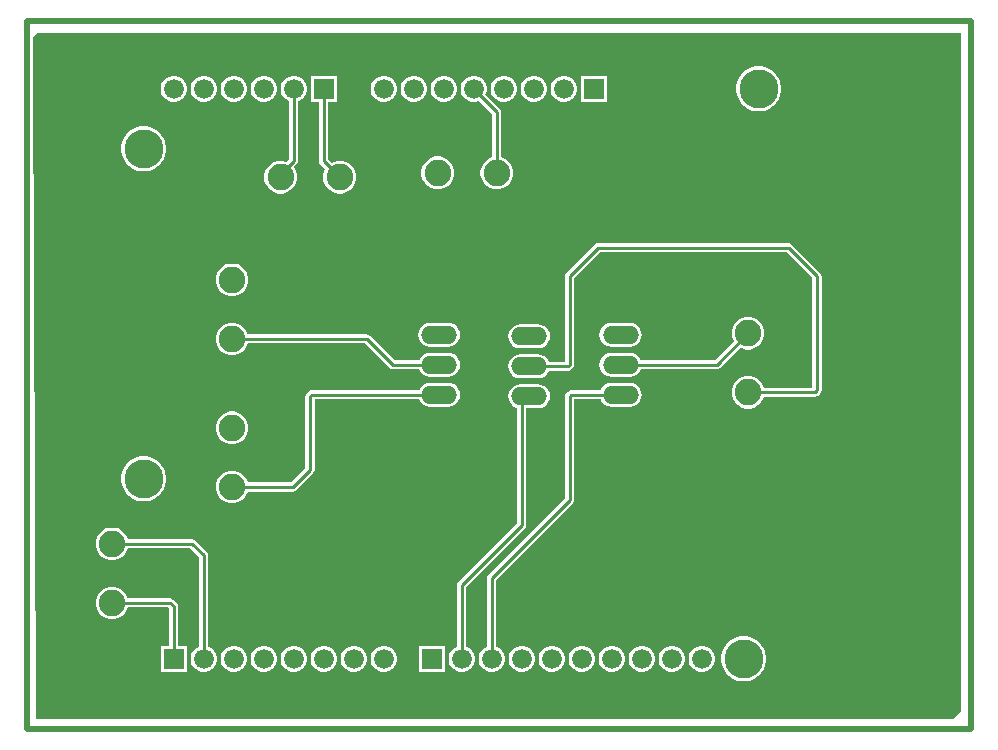
<source format=gbl>
%FSTAX23Y23*%
%MOIN*%
%SFA1B1*%

%IPPOS*%
%ADD13C,0.010000*%
%ADD19C,0.088582*%
%ADD20O,0.120000X0.060000*%
%ADD21C,0.066000*%
%ADD22R,0.066000X0.066000*%
%ADD23C,0.129921*%
%ADD24C,0.020000*%
%LNpcb_t3-1*%
%LPD*%
G36*
X03115Y0006D02*
X0309Y00035D01*
X0003*
X0002Y02216*
Y02305*
X00035Y0232*
X03115*
Y0006*
G37*
%LNpcb_t3-2*%
%LPC*%
G36*
X01933Y02178D02*
X01847D01*
Y02092*
X01933*
Y02178*
G37*
G36*
X01795D02*
X01784D01*
X01773Y02175*
X01763Y02169*
X01755Y02161*
X01749Y02151*
X01747Y0214*
Y02129*
X01749Y02118*
X01755Y02108*
X01763Y021*
X01773Y02094*
X01784Y02092*
X01795*
X01806Y02094*
X01816Y021*
X01824Y02108*
X0183Y02118*
X01833Y02129*
Y0214*
X0183Y02151*
X01824Y02161*
X01816Y02169*
X01806Y02175*
X01795Y02178*
G37*
G36*
X01695D02*
X01684D01*
X01673Y02175*
X01663Y02169*
X01655Y02161*
X01649Y02151*
X01647Y0214*
Y02129*
X01649Y02118*
X01655Y02108*
X01663Y021*
X01673Y02094*
X01684Y02092*
X01695*
X01706Y02094*
X01716Y021*
X01724Y02108*
X0173Y02118*
X01733Y02129*
Y0214*
X0173Y02151*
X01724Y02161*
X01716Y02169*
X01706Y02175*
X01695Y02178*
G37*
G36*
X01595D02*
X01584D01*
X01573Y02175*
X01563Y02169*
X01555Y02161*
X01549Y02151*
X01547Y0214*
Y02129*
X01549Y02118*
X01555Y02108*
X01563Y021*
X01573Y02094*
X01584Y02092*
X01595*
X01606Y02094*
X01616Y021*
X01624Y02108*
X0163Y02118*
X01633Y02129*
Y0214*
X0163Y02151*
X01624Y02161*
X01616Y02169*
X01606Y02175*
X01595Y02178*
G37*
G36*
X01395D02*
X01384D01*
X01373Y02175*
X01363Y02169*
X01355Y02161*
X01349Y02151*
X01347Y0214*
Y02129*
X01349Y02118*
X01355Y02108*
X01363Y021*
X01373Y02094*
X01384Y02092*
X01395*
X01406Y02094*
X01416Y021*
X01424Y02108*
X0143Y02118*
X01433Y02129*
Y0214*
X0143Y02151*
X01424Y02161*
X01416Y02169*
X01406Y02175*
X01395Y02178*
G37*
G36*
X01295D02*
X01284D01*
X01273Y02175*
X01263Y02169*
X01255Y02161*
X01249Y02151*
X01247Y0214*
Y02129*
X01249Y02118*
X01255Y02108*
X01263Y021*
X01273Y02094*
X01284Y02092*
X01295*
X01306Y02094*
X01316Y021*
X01324Y02108*
X0133Y02118*
X01333Y02129*
Y0214*
X0133Y02151*
X01324Y02161*
X01316Y02169*
X01306Y02175*
X01295Y02178*
G37*
G36*
X01195D02*
X01184D01*
X01173Y02175*
X01163Y02169*
X01155Y02161*
X01149Y02151*
X01147Y0214*
Y02129*
X01149Y02118*
X01155Y02108*
X01163Y021*
X01173Y02094*
X01184Y02092*
X01195*
X01206Y02094*
X01216Y021*
X01224Y02108*
X0123Y02118*
X01233Y02129*
Y0214*
X0123Y02151*
X01224Y02161*
X01216Y02169*
X01206Y02175*
X01195Y02178*
G37*
G36*
X00795D02*
X00784D01*
X00773Y02175*
X00763Y02169*
X00755Y02161*
X00749Y02151*
X00747Y0214*
Y02129*
X00749Y02118*
X00755Y02108*
X00763Y021*
X00773Y02094*
X00784Y02092*
X00795*
X00806Y02094*
X00816Y021*
X00824Y02108*
X0083Y02118*
X00833Y02129*
Y0214*
X0083Y02151*
X00824Y02161*
X00816Y02169*
X00806Y02175*
X00795Y02178*
G37*
G36*
X00695D02*
X00684D01*
X00673Y02175*
X00663Y02169*
X00655Y02161*
X00649Y02151*
X00647Y0214*
Y02129*
X00649Y02118*
X00655Y02108*
X00663Y021*
X00673Y02094*
X00684Y02092*
X00695*
X00706Y02094*
X00716Y021*
X00724Y02108*
X0073Y02118*
X00733Y02129*
Y0214*
X0073Y02151*
X00724Y02161*
X00716Y02169*
X00706Y02175*
X00695Y02178*
G37*
G36*
X00595D02*
X00584D01*
X00573Y02175*
X00563Y02169*
X00555Y02161*
X00549Y02151*
X00547Y0214*
Y02129*
X00549Y02118*
X00555Y02108*
X00563Y021*
X00573Y02094*
X00584Y02092*
X00595*
X00606Y02094*
X00616Y021*
X00624Y02108*
X0063Y02118*
X00633Y02129*
Y0214*
X0063Y02151*
X00624Y02161*
X00616Y02169*
X00606Y02175*
X00595Y02178*
G37*
G36*
X00495D02*
X00484D01*
X00473Y02175*
X00463Y02169*
X00455Y02161*
X00449Y02151*
X00447Y0214*
Y02129*
X00449Y02118*
X00455Y02108*
X00463Y021*
X00473Y02094*
X00484Y02092*
X00495*
X00506Y02094*
X00516Y021*
X00524Y02108*
X0053Y02118*
X00533Y02129*
Y0214*
X0053Y02151*
X00524Y02161*
X00516Y02169*
X00506Y02175*
X00495Y02178*
G37*
G36*
X02447Y02209D02*
X02432D01*
X02418Y02207*
X02404Y02201*
X02392Y02193*
X02381Y02182*
X02373Y0217*
X02367Y02156*
X02365Y02142*
Y02127*
X02367Y02113*
X02373Y02099*
X02381Y02087*
X02392Y02076*
X02404Y02068*
X02418Y02062*
X02432Y0206*
X02447*
X02461Y02062*
X02475Y02068*
X02487Y02076*
X02498Y02087*
X02506Y02099*
X02512Y02113*
X02514Y02127*
Y02142*
X02512Y02156*
X02506Y0217*
X02498Y02182*
X02487Y02193*
X02475Y02201*
X02461Y02207*
X02447Y02209*
G37*
G36*
X00895Y02178D02*
X00884D01*
X00873Y02175*
X00863Y02169*
X00855Y02161*
X00849Y02151*
X00847Y0214*
Y02129*
X00849Y02118*
X00855Y02108*
X00863Y021*
X00873Y02094*
X00874Y02094*
Y01901*
X00864Y01891*
X00853Y01894*
X00839*
X00825Y0189*
X00813Y01883*
X00803Y01873*
X00795Y0186*
X00792Y01847*
Y01832*
X00795Y01819*
X00803Y01806*
X00813Y01796*
X00825Y01789*
X00839Y01785*
X00853*
X00867Y01789*
X00879Y01796*
X0089Y01806*
X00897Y01819*
X009Y01832*
Y01847*
X00897Y0186*
X0089Y01873*
X00889Y01873*
X009Y01884*
X00904Y01889*
X00905Y01895*
Y02094*
X00906Y02094*
X00916Y021*
X00924Y02108*
X0093Y02118*
X00933Y02129*
Y0214*
X0093Y02151*
X00924Y02161*
X00916Y02169*
X00906Y02175*
X00895Y02178*
G37*
G36*
X00397Y02009D02*
X00382D01*
X00368Y02007*
X00354Y02001*
X00342Y01993*
X00331Y01982*
X00323Y0197*
X00317Y01956*
X00315Y01942*
Y01927*
X00317Y01913*
X00323Y01899*
X00331Y01887*
X00342Y01876*
X00354Y01868*
X00368Y01862*
X00382Y0186*
X00397*
X00411Y01862*
X00425Y01868*
X00437Y01876*
X00448Y01887*
X00456Y01899*
X00462Y01913*
X00464Y01927*
Y01942*
X00462Y01956*
X00456Y0197*
X00448Y01982*
X00437Y01993*
X00425Y02001*
X00411Y02007*
X00397Y02009*
G37*
G36*
X01495Y02178D02*
X01484D01*
X01473Y02175*
X01463Y02169*
X01455Y02161*
X01449Y02151*
X01447Y0214*
Y02129*
X01449Y02118*
X01455Y02108*
X01463Y021*
X01473Y02094*
X01484Y02092*
X01495*
X01506Y02094*
X01507Y02095*
X01551Y02051*
Y01907*
X01545Y01905*
X01533Y01898*
X01523Y01888*
X01516Y01875*
X01512Y01862*
Y01847*
X01516Y01834*
X01523Y01821*
X01533Y01811*
X01545Y01804*
X01559Y018*
X01573*
X01587Y01804*
X016Y01811*
X0161Y01821*
X01617Y01834*
X01621Y01847*
Y01862*
X01617Y01875*
X0161Y01888*
X016Y01898*
X01587Y01905*
X01582Y01907*
Y02058*
X0158Y02064*
X01577Y02068*
X01529Y02117*
X0153Y02118*
X01533Y02129*
Y0214*
X0153Y02151*
X01524Y02161*
X01516Y02169*
X01506Y02175*
X01495Y02178*
G37*
G36*
X01377Y01909D02*
X01362D01*
X01349Y01905*
X01336Y01898*
X01326Y01888*
X01319Y01875*
X01315Y01862*
Y01847*
X01319Y01834*
X01326Y01821*
X01336Y01811*
X01349Y01804*
X01362Y018*
X01377*
X0139Y01804*
X01403Y01811*
X01413Y01821*
X0142Y01834*
X01424Y01847*
Y01862*
X0142Y01875*
X01413Y01888*
X01403Y01898*
X0139Y01905*
X01377Y01909*
G37*
G36*
X01033Y02178D02*
X00947D01*
Y02092*
X00974*
Y01893*
X00975Y01887*
X00979Y01882*
X00995Y01866*
X00992Y0186*
X00989Y01847*
Y01832*
X00992Y01819*
X00999Y01806*
X0101Y01796*
X01022Y01789*
X01036Y01785*
X0105*
X01064Y01789*
X01076Y01796*
X01086Y01806*
X01094Y01819*
X01097Y01832*
Y01847*
X01094Y0186*
X01086Y01873*
X01076Y01883*
X01064Y0189*
X0105Y01894*
X01036*
X01022Y0189*
X01017Y01887*
X01005Y01899*
Y02092*
X01033*
Y02178*
G37*
G36*
X00692Y01552D02*
X00677D01*
X00664Y01549*
X00651Y01541*
X00641Y01531*
X00634Y01519*
X0063Y01505*
Y01491*
X00634Y01477*
X00641Y01465*
X00651Y01454*
X00664Y01447*
X00677Y01444*
X00692*
X00705Y01447*
X00718Y01454*
X00728Y01465*
X00735Y01477*
X00739Y01491*
Y01505*
X00735Y01519*
X00728Y01531*
X00718Y01541*
X00705Y01549*
X00692Y01552*
G37*
G36*
X0201Y01355D02*
X0195D01*
X01939Y01353*
X01929Y01349*
X01921Y01343*
X01915Y01335*
X01911Y01325*
X01909Y01315*
X01911Y01304*
X01915Y01294*
X01921Y01286*
X01929Y0128*
X01939Y01276*
X0195Y01274*
X0201*
X0202Y01276*
X0203Y0128*
X02038Y01286*
X02044Y01294*
X02048Y01304*
X0205Y01315*
X02048Y01325*
X02044Y01335*
X02038Y01343*
X0203Y01349*
X0202Y01353*
X0201Y01355*
G37*
G36*
X01405D02*
X01345D01*
X01334Y01353*
X01324Y01349*
X01316Y01343*
X0131Y01335*
X01306Y01325*
X01304Y01315*
X01306Y01304*
X0131Y01294*
X01316Y01286*
X01324Y0128*
X01334Y01276*
X01345Y01274*
X01405*
X01415Y01276*
X01425Y0128*
X01433Y01286*
X01439Y01294*
X01443Y01304*
X01445Y01315*
X01443Y01325*
X01439Y01335*
X01433Y01343*
X01425Y01349*
X01415Y01353*
X01405Y01355*
G37*
G36*
X01705Y0135D02*
X01645D01*
X01634Y01348*
X01624Y01344*
X01616Y01338*
X0161Y0133*
X01606Y0132*
X01604Y0131*
X01606Y01299*
X0161Y01289*
X01616Y01281*
X01624Y01275*
X01634Y01271*
X01645Y01269*
X01705*
X01715Y01271*
X01725Y01275*
X01733Y01281*
X01739Y01289*
X01743Y01299*
X01745Y0131*
X01743Y0132*
X01739Y0133*
X01733Y01338*
X01725Y01344*
X01715Y01348*
X01705Y0135*
G37*
G36*
X02412Y01374D02*
X02397D01*
X02384Y0137*
X02371Y01363*
X02361Y01353*
X02354Y0134*
X0235Y01327*
Y01312*
X02354Y01299*
X02357Y01293*
X02293Y0123*
X02046*
X02044Y01235*
X02038Y01243*
X0203Y01249*
X0202Y01253*
X0201Y01255*
X0195*
X01939Y01253*
X01929Y01249*
X01921Y01243*
X01915Y01235*
X01911Y01225*
X01909Y01215*
X01911Y01204*
X01915Y01194*
X01921Y01186*
X01929Y0118*
X01939Y01176*
X0195Y01174*
X0201*
X0202Y01176*
X0203Y0118*
X02038Y01186*
X02044Y01194*
X02046Y01199*
X023*
X02305Y012*
X0231Y01204*
X02378Y01272*
X02384Y01269*
X02397Y01265*
X02412*
X02425Y01269*
X02438Y01276*
X02448Y01286*
X02455Y01299*
X02459Y01312*
Y01327*
X02455Y0134*
X02448Y01353*
X02438Y01363*
X02425Y0137*
X02412Y01374*
G37*
G36*
X00692Y01355D02*
X00677D01*
X00664Y01352*
X00651Y01345*
X00641Y01334*
X00634Y01322*
X0063Y01308*
Y01294*
X00634Y0128*
X00641Y01268*
X00651Y01258*
X00664Y0125*
X00677Y01247*
X00692*
X00705Y0125*
X00718Y01258*
X00728Y01268*
X00735Y0128*
X00737Y01286*
X01127*
X01209Y01204*
X01214Y012*
X0122Y01199*
X01308*
X0131Y01194*
X01316Y01186*
X01324Y0118*
X01334Y01176*
X01345Y01174*
X01405*
X01415Y01176*
X01425Y0118*
X01433Y01186*
X01439Y01194*
X01443Y01204*
X01445Y01215*
X01443Y01225*
X01439Y01235*
X01433Y01243*
X01425Y01249*
X01415Y01253*
X01405Y01255*
X01345*
X01334Y01253*
X01324Y01249*
X01316Y01243*
X0131Y01235*
X01308Y0123*
X01226*
X01144Y01312*
X01139Y01315*
X01133Y01316*
X00737*
X00735Y01322*
X00728Y01334*
X00718Y01345*
X00705Y01352*
X00692Y01355*
G37*
G36*
X0254Y0162D02*
X01905D01*
X01899Y01619*
X01894Y01615*
X01799Y0152*
X01795Y01515*
X01794Y0151*
Y01225*
X01741*
X01739Y0123*
X01733Y01238*
X01725Y01244*
X01715Y01248*
X01705Y0125*
X01645*
X01634Y01248*
X01624Y01244*
X01616Y01238*
X0161Y0123*
X01606Y0122*
X01604Y0121*
X01606Y01199*
X0161Y01189*
X01616Y01181*
X01624Y01175*
X01634Y01171*
X01645Y01169*
X01705*
X01715Y01171*
X01725Y01175*
X01733Y01181*
X01739Y01189*
X01741Y01194*
X01804*
X01809Y01195*
X01814Y01199*
X0182Y01205*
X01824Y0121*
X01825Y01215*
Y01503*
X01911Y01589*
X02533*
X02619Y01503*
Y01138*
X02457*
X02455Y01144*
X02448Y01156*
X02438Y01166*
X02425Y01173*
X02412Y01177*
X02397*
X02384Y01173*
X02371Y01166*
X02361Y01156*
X02354Y01144*
X0235Y0113*
Y01116*
X02354Y01102*
X02361Y01089*
X02371Y01079*
X02384Y01072*
X02397Y01068*
X02412*
X02425Y01072*
X02438Y01079*
X02448Y01089*
X02455Y01102*
X02457Y01107*
X02629*
X02634Y01109*
X02639Y01112*
X02645Y01118*
X02649Y01123*
X0265Y01129*
Y0151*
X02649Y01515*
X02645Y0152*
X0255Y01615*
X02545Y01619*
X0254Y0162*
G37*
G36*
X0201Y01155D02*
X0195D01*
X01939Y01153*
X01929Y01149*
X01921Y01143*
X01915Y01135*
X01913Y0113*
X01815*
X0181Y01129*
X01805Y01125*
X01799Y01119*
X01795Y01114*
X01794Y01109*
Y00771*
X01539Y00515*
X01535Y0051*
X01534Y00505*
Y00275*
X01533Y00275*
X01523Y00269*
X01515Y00261*
X01509Y00251*
X01507Y0024*
Y00229*
X01509Y00218*
X01515Y00208*
X01523Y002*
X01533Y00194*
X01544Y00192*
X01555*
X01566Y00194*
X01576Y002*
X01584Y00208*
X0159Y00218*
X01593Y00229*
Y0024*
X0159Y00251*
X01584Y00261*
X01576Y00269*
X01566Y00275*
X01565Y00275*
Y00498*
X0182Y00754*
X01824Y00759*
X01825Y00765*
Y01099*
X01913*
X01915Y01094*
X01921Y01086*
X01929Y0108*
X01939Y01076*
X0195Y01074*
X0201*
X0202Y01076*
X0203Y0108*
X02038Y01086*
X02044Y01094*
X02048Y01104*
X0205Y01115*
X02048Y01125*
X02044Y01135*
X02038Y01143*
X0203Y01149*
X0202Y01153*
X0201Y01155*
G37*
G36*
X01405D02*
X01345D01*
X01334Y01153*
X01324Y01149*
X01316Y01143*
X0131Y01135*
X01308Y0113*
X0095*
X00945Y01129*
X0094Y01125*
X00934Y01119*
X0093Y01114*
X00929Y01109*
Y00871*
X00881Y00823*
X00737*
X00735Y00829*
X00728Y00841*
X00718Y00851*
X00705Y00858*
X00692Y00862*
X00677*
X00664Y00858*
X00651Y00851*
X00641Y00841*
X00634Y00829*
X0063Y00815*
Y00801*
X00634Y00787*
X00641Y00774*
X00651Y00764*
X00664Y00757*
X00677Y00753*
X00692*
X00705Y00757*
X00718Y00764*
X00728Y00774*
X00735Y00787*
X00737Y00792*
X00888*
X00894Y00794*
X00898Y00797*
X00955Y00854*
X00959Y00859*
X0096Y00865*
Y01099*
X01308*
X0131Y01094*
X01316Y01086*
X01324Y0108*
X01334Y01076*
X01345Y01074*
X01405*
X01415Y01076*
X01425Y0108*
X01433Y01086*
X01439Y01094*
X01443Y01104*
X01445Y01115*
X01443Y01125*
X01439Y01135*
X01433Y01143*
X01425Y01149*
X01415Y01153*
X01405Y01155*
G37*
G36*
X00692Y01059D02*
X00677D01*
X00664Y01055*
X00651Y01048*
X00641Y01038*
X00634Y01025*
X0063Y01012*
Y00997*
X00634Y00984*
X00641Y00971*
X00651Y00961*
X00664Y00954*
X00677Y0095*
X00692*
X00705Y00954*
X00718Y00961*
X00728Y00971*
X00735Y00984*
X00739Y00997*
Y01012*
X00735Y01025*
X00728Y01038*
X00718Y01048*
X00705Y01055*
X00692Y01059*
G37*
G36*
X00397Y00909D02*
X00382D01*
X00368Y00907*
X00354Y00901*
X00342Y00893*
X00331Y00882*
X00323Y0087*
X00317Y00856*
X00315Y00842*
Y00827*
X00317Y00813*
X00323Y00799*
X00331Y00787*
X00342Y00776*
X00354Y00768*
X00368Y00762*
X00382Y0076*
X00397*
X00411Y00762*
X00425Y00768*
X00437Y00776*
X00448Y00787*
X00456Y00799*
X00462Y00813*
X00464Y00827*
Y00842*
X00462Y00856*
X00456Y0087*
X00448Y00882*
X00437Y00893*
X00425Y00901*
X00411Y00907*
X00397Y00909*
G37*
G36*
X02255Y00278D02*
X02244D01*
X02233Y00275*
X02223Y00269*
X02215Y00261*
X02209Y00251*
X02207Y0024*
Y00229*
X02209Y00218*
X02215Y00208*
X02223Y002*
X02233Y00194*
X02244Y00192*
X02255*
X02266Y00194*
X02276Y002*
X02284Y00208*
X0229Y00218*
X02293Y00229*
Y0024*
X0229Y00251*
X02284Y00261*
X02276Y00269*
X02266Y00275*
X02255Y00278*
G37*
G36*
X02155D02*
X02144D01*
X02133Y00275*
X02123Y00269*
X02115Y00261*
X02109Y00251*
X02107Y0024*
Y00229*
X02109Y00218*
X02115Y00208*
X02123Y002*
X02133Y00194*
X02144Y00192*
X02155*
X02166Y00194*
X02176Y002*
X02184Y00208*
X0219Y00218*
X02193Y00229*
Y0024*
X0219Y00251*
X02184Y00261*
X02176Y00269*
X02166Y00275*
X02155Y00278*
G37*
G36*
X02055D02*
X02044D01*
X02033Y00275*
X02023Y00269*
X02015Y00261*
X02009Y00251*
X02007Y0024*
Y00229*
X02009Y00218*
X02015Y00208*
X02023Y002*
X02033Y00194*
X02044Y00192*
X02055*
X02066Y00194*
X02076Y002*
X02084Y00208*
X0209Y00218*
X02093Y00229*
Y0024*
X0209Y00251*
X02084Y00261*
X02076Y00269*
X02066Y00275*
X02055Y00278*
G37*
G36*
X01955D02*
X01944D01*
X01933Y00275*
X01923Y00269*
X01915Y00261*
X01909Y00251*
X01907Y0024*
Y00229*
X01909Y00218*
X01915Y00208*
X01923Y002*
X01933Y00194*
X01944Y00192*
X01955*
X01966Y00194*
X01976Y002*
X01984Y00208*
X0199Y00218*
X01993Y00229*
Y0024*
X0199Y00251*
X01984Y00261*
X01976Y00269*
X01966Y00275*
X01955Y00278*
G37*
G36*
X01855D02*
X01844D01*
X01833Y00275*
X01823Y00269*
X01815Y00261*
X01809Y00251*
X01807Y0024*
Y00229*
X01809Y00218*
X01815Y00208*
X01823Y002*
X01833Y00194*
X01844Y00192*
X01855*
X01866Y00194*
X01876Y002*
X01884Y00208*
X0189Y00218*
X01893Y00229*
Y0024*
X0189Y00251*
X01884Y00261*
X01876Y00269*
X01866Y00275*
X01855Y00278*
G37*
G36*
X01755D02*
X01744D01*
X01733Y00275*
X01723Y00269*
X01715Y00261*
X01709Y00251*
X01707Y0024*
Y00229*
X01709Y00218*
X01715Y00208*
X01723Y002*
X01733Y00194*
X01744Y00192*
X01755*
X01766Y00194*
X01776Y002*
X01784Y00208*
X0179Y00218*
X01793Y00229*
Y0024*
X0179Y00251*
X01784Y00261*
X01776Y00269*
X01766Y00275*
X01755Y00278*
G37*
G36*
X01655D02*
X01644D01*
X01633Y00275*
X01623Y00269*
X01615Y00261*
X01609Y00251*
X01607Y0024*
Y00229*
X01609Y00218*
X01615Y00208*
X01623Y002*
X01633Y00194*
X01644Y00192*
X01655*
X01666Y00194*
X01676Y002*
X01684Y00208*
X0169Y00218*
X01693Y00229*
Y0024*
X0169Y00251*
X01684Y00261*
X01676Y00269*
X01666Y00275*
X01655Y00278*
G37*
G36*
X01705Y0115D02*
X01645D01*
X01634Y01148*
X01624Y01144*
X01616Y01138*
X0161Y0113*
X01606Y0112*
X01604Y0111*
X01606Y01099*
X0161Y01089*
X01616Y01081*
X01624Y01075*
X01634Y01071*
X01634Y01071*
Y00686*
X01439Y0049*
X01435Y00485*
X01434Y0048*
Y00275*
X01433Y00275*
X01423Y00269*
X01415Y00261*
X01409Y00251*
X01407Y0024*
Y00229*
X01409Y00218*
X01415Y00208*
X01423Y002*
X01433Y00194*
X01444Y00192*
X01455*
X01466Y00194*
X01476Y002*
X01484Y00208*
X0149Y00218*
X01493Y00229*
Y0024*
X0149Y00251*
X01484Y00261*
X01476Y00269*
X01466Y00275*
X01465Y00275*
Y00473*
X0166Y00669*
X01664Y00674*
X01665Y0068*
Y01069*
X01705*
X01715Y01071*
X01725Y01075*
X01733Y01081*
X01739Y01089*
X01743Y01099*
X01745Y0111*
X01743Y0112*
X01739Y0113*
X01733Y01138*
X01725Y01144*
X01715Y01148*
X01705Y0115*
G37*
G36*
X01393Y00278D02*
X01307D01*
Y00192*
X01393*
Y00278*
G37*
G36*
X01195D02*
X01184D01*
X01173Y00275*
X01163Y00269*
X01155Y00261*
X01149Y00251*
X01147Y0024*
Y00229*
X01149Y00218*
X01155Y00208*
X01163Y002*
X01173Y00194*
X01184Y00192*
X01195*
X01206Y00194*
X01216Y002*
X01224Y00208*
X0123Y00218*
X01233Y00229*
Y0024*
X0123Y00251*
X01224Y00261*
X01216Y00269*
X01206Y00275*
X01195Y00278*
G37*
G36*
X01095D02*
X01084D01*
X01073Y00275*
X01063Y00269*
X01055Y00261*
X01049Y00251*
X01047Y0024*
Y00229*
X01049Y00218*
X01055Y00208*
X01063Y002*
X01073Y00194*
X01084Y00192*
X01095*
X01106Y00194*
X01116Y002*
X01124Y00208*
X0113Y00218*
X01133Y00229*
Y0024*
X0113Y00251*
X01124Y00261*
X01116Y00269*
X01106Y00275*
X01095Y00278*
G37*
G36*
X00995D02*
X00984D01*
X00973Y00275*
X00963Y00269*
X00955Y00261*
X00949Y00251*
X00947Y0024*
Y00229*
X00949Y00218*
X00955Y00208*
X00963Y002*
X00973Y00194*
X00984Y00192*
X00995*
X01006Y00194*
X01016Y002*
X01024Y00208*
X0103Y00218*
X01033Y00229*
Y0024*
X0103Y00251*
X01024Y00261*
X01016Y00269*
X01006Y00275*
X00995Y00278*
G37*
G36*
X00895D02*
X00884D01*
X00873Y00275*
X00863Y00269*
X00855Y00261*
X00849Y00251*
X00847Y0024*
Y00229*
X00849Y00218*
X00855Y00208*
X00863Y002*
X00873Y00194*
X00884Y00192*
X00895*
X00906Y00194*
X00916Y002*
X00924Y00208*
X0093Y00218*
X00933Y00229*
Y0024*
X0093Y00251*
X00924Y00261*
X00916Y00269*
X00906Y00275*
X00895Y00278*
G37*
G36*
X00795D02*
X00784D01*
X00773Y00275*
X00763Y00269*
X00755Y00261*
X00749Y00251*
X00747Y0024*
Y00229*
X00749Y00218*
X00755Y00208*
X00763Y002*
X00773Y00194*
X00784Y00192*
X00795*
X00806Y00194*
X00816Y002*
X00824Y00208*
X0083Y00218*
X00833Y00229*
Y0024*
X0083Y00251*
X00824Y00261*
X00816Y00269*
X00806Y00275*
X00795Y00278*
G37*
G36*
X00695D02*
X00684D01*
X00673Y00275*
X00663Y00269*
X00655Y00261*
X00649Y00251*
X00647Y0024*
Y00229*
X00649Y00218*
X00655Y00208*
X00663Y002*
X00673Y00194*
X00684Y00192*
X00695*
X00706Y00194*
X00716Y002*
X00724Y00208*
X0073Y00218*
X00733Y00229*
Y0024*
X0073Y00251*
X00724Y00261*
X00716Y00269*
X00706Y00275*
X00695Y00278*
G37*
G36*
X00292Y00672D02*
X00277D01*
X00264Y00669*
X00251Y00661*
X00241Y00651*
X00234Y00639*
X0023Y00625*
Y00611*
X00234Y00597*
X00241Y00585*
X00251Y00574*
X00264Y00567*
X00277Y00564*
X00292*
X00305Y00567*
X00318Y00574*
X00328Y00585*
X00335Y00597*
X00337Y00603*
X00545*
X00574Y00573*
Y00275*
X00573Y00275*
X00563Y00269*
X00555Y00261*
X00549Y00251*
X00547Y0024*
Y00229*
X00549Y00218*
X00555Y00208*
X00563Y002*
X00573Y00194*
X00584Y00192*
X00595*
X00606Y00194*
X00616Y002*
X00624Y00208*
X0063Y00218*
X00633Y00229*
Y0024*
X0063Y00251*
X00624Y00261*
X00616Y00269*
X00606Y00275*
X00605Y00275*
Y0058*
X00604Y00584*
X00604Y00585*
X006Y0059*
X00562Y00629*
X00557Y00632*
X00551Y00633*
X00337*
X00335Y00639*
X00328Y00651*
X00318Y00661*
X00305Y00669*
X00292Y00672*
G37*
G36*
Y00475D02*
X00277D01*
X00264Y00472*
X00251Y00465*
X00241Y00454*
X00234Y00442*
X0023Y00428*
Y00414*
X00234Y004*
X00241Y00388*
X00251Y00378*
X00264Y0037*
X00277Y00367*
X00292*
X00305Y0037*
X00318Y00378*
X00328Y00388*
X00335Y004*
X00337Y00406*
X00472*
X00474Y00403*
Y00278*
X00447*
Y00192*
X00533*
Y00278*
X00505*
Y0041*
X00504Y00414*
X00504Y00415*
X005Y0042*
X00489Y00432*
X00484Y00435*
X00478Y00436*
X00337*
X00335Y00442*
X00328Y00454*
X00318Y00465*
X00305Y00472*
X00292Y00475*
G37*
G36*
X02397Y00309D02*
X02382D01*
X02368Y00307*
X02354Y00301*
X02342Y00293*
X02331Y00282*
X02323Y0027*
X02317Y00256*
X02315Y00242*
Y00227*
X02317Y00213*
X02323Y00199*
X02331Y00187*
X02342Y00176*
X02354Y00168*
X02368Y00162*
X02382Y0016*
X02397*
X02411Y00162*
X02425Y00168*
X02437Y00176*
X02448Y00187*
X02456Y00199*
X02462Y00213*
X02464Y00227*
Y00242*
X02462Y00256*
X02456Y0027*
X02448Y00282*
X02437Y00293*
X02425Y00301*
X02411Y00307*
X02397Y00309*
G37*
%LNpcb_t3-3*%
%LPD*%
G54D13*
X0059Y00235D02*
Y0058D01*
X00285Y00618D02*
X00551D01*
X0059Y0058*
X0049Y00235D02*
Y0041D01*
X00285Y00421D02*
X00478D01*
X0049Y0041*
X0155Y00235D02*
Y00505D01*
X01815Y01115D02*
X0198D01*
X0181Y01109D02*
X01815Y01115D01*
X0181Y00765D02*
Y01109D01*
X0155Y00505D02*
X0181Y00765D01*
X0145Y0048D02*
X0165Y0068D01*
Y01086*
X0145Y00235D02*
Y0048D01*
X02635Y01129D02*
Y0151D01*
X02629Y01123D02*
X02635Y01129D01*
X02405Y01123D02*
X02629D01*
X0254Y01605D02*
X02635Y0151D01*
X01905Y01605D02*
X0254D01*
X0181Y0151D02*
X01905Y01605D01*
X01675Y0121D02*
X01804D01*
X0181Y01215*
Y0151*
X0198Y01215D02*
X023D01*
X02405Y0132*
X01673Y0111D02*
X01675D01*
X0165Y01086D02*
X01673Y0111D01*
X00945Y00865D02*
Y01109D01*
X0095Y01115D02*
X01375D01*
X00945Y01109D02*
X0095Y01115D01*
X00685Y00808D02*
X00888D01*
X00945Y00865*
X0122Y01215D02*
X01375D01*
X01133Y01301D02*
X0122Y01215D01*
X00685Y01301D02*
X01133D01*
X00846Y0184D02*
Y01851D01*
X0089Y01895*
Y02135*
X0099Y01893D02*
Y02135D01*
Y01893D02*
X01043Y0184D01*
X01566Y01855D02*
Y02058D01*
X0149Y02135D02*
X01566Y02058D01*
G54D19*
X00285Y00421D03*
Y00618D03*
X00685Y01005D03*
Y00808D03*
X01043Y0184D03*
X00846D03*
X01566Y01855D03*
X0137D03*
X02405Y0132D03*
Y01123D03*
X00685Y01301D03*
Y01498D03*
G54D20*
X0198Y01115D03*
Y01215D03*
Y01315D03*
X01675Y0111D03*
Y0121D03*
Y0131D03*
X01375Y01115D03*
Y01215D03*
Y01315D03*
G54D21*
X0159Y02135D03*
X0149D03*
X0089D03*
X0079D03*
X0069D03*
X0059D03*
X0049D03*
X0205Y00235D03*
X0059D03*
X0069D03*
X0079D03*
X0089D03*
X0099D03*
X0109D03*
X0119D03*
X0145D03*
X0155D03*
X0165D03*
X0175D03*
X0185D03*
X0139Y02135D03*
X0129D03*
X0195Y00235D03*
X0169Y02135D03*
X0119D03*
X0215Y00235D03*
X0225D03*
X0179Y02135D03*
G54D22*
X0099Y02135D03*
X0049Y00235D03*
X0135D03*
X0189Y02135D03*
G54D23*
X0039Y00835D03*
Y01935D03*
X0239Y00235D03*
X0244Y02135D03*
G54D24*
X0Y0D02*
X03149D01*
Y02362*
X0D02*
X03149D01*
X0Y0D02*
Y02362D01*
M02*
</source>
